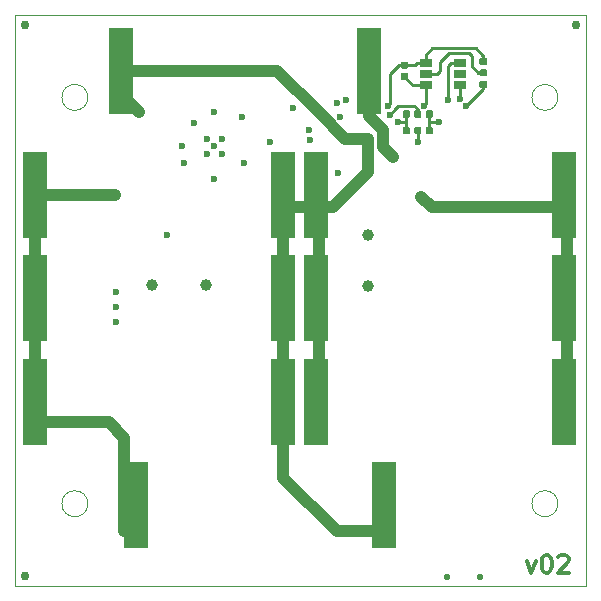
<source format=gbr>
%TF.GenerationSoftware,KiCad,Pcbnew,5.0.2-bee76a0~70~ubuntu18.04.1*%
%TF.CreationDate,2020-02-29T17:21:03-08:00*%
%TF.ProjectId,SolarCellX_v3,536f6c61-7243-4656-9c6c-585f76332e6b,rev?*%
%TF.SameCoordinates,Original*%
%TF.FileFunction,Copper,L1,Top*%
%TF.FilePolarity,Positive*%
%FSLAX46Y46*%
G04 Gerber Fmt 4.6, Leading zero omitted, Abs format (unit mm)*
G04 Created by KiCad (PCBNEW 5.0.2-bee76a0~70~ubuntu18.04.1) date Sat 29 Feb 2020 05:21:03 PM PST*
%MOMM*%
%LPD*%
G01*
G04 APERTURE LIST*
%ADD10C,0.300000*%
%ADD11C,0.050000*%
%ADD12C,0.750000*%
%ADD13R,2.000000X7.400000*%
%ADD14C,1.000000*%
%ADD15R,1.000000X0.700000*%
%ADD16C,0.100000*%
%ADD17C,0.590000*%
%ADD18C,0.600000*%
%ADD19C,0.800000*%
%ADD20C,0.584200*%
%ADD21C,1.000000*%
%ADD22C,0.240000*%
%ADD23C,0.160000*%
G04 APERTURE END LIST*
D10*
X133405785Y-86229071D02*
X133762928Y-87229071D01*
X134120071Y-86229071D01*
X134977214Y-85729071D02*
X135120071Y-85729071D01*
X135262928Y-85800500D01*
X135334357Y-85871928D01*
X135405785Y-86014785D01*
X135477214Y-86300500D01*
X135477214Y-86657642D01*
X135405785Y-86943357D01*
X135334357Y-87086214D01*
X135262928Y-87157642D01*
X135120071Y-87229071D01*
X134977214Y-87229071D01*
X134834357Y-87157642D01*
X134762928Y-87086214D01*
X134691500Y-86943357D01*
X134620071Y-86657642D01*
X134620071Y-86300500D01*
X134691500Y-86014785D01*
X134762928Y-85871928D01*
X134834357Y-85800500D01*
X134977214Y-85729071D01*
X136048642Y-85871928D02*
X136120071Y-85800500D01*
X136262928Y-85729071D01*
X136620071Y-85729071D01*
X136762928Y-85800500D01*
X136834357Y-85871928D01*
X136905785Y-86014785D01*
X136905785Y-86157642D01*
X136834357Y-86371928D01*
X135977214Y-87229071D01*
X136905785Y-87229071D01*
D11*
X96200000Y-47000000D02*
G75*
G03X96200000Y-47000000I-1100000J0D01*
G01*
X96200000Y-81400000D02*
G75*
G03X96200000Y-81400000I-1100000J0D01*
G01*
X136000000Y-81400000D02*
G75*
G03X136000000Y-81400000I-1100000J0D01*
G01*
X136000000Y-47000000D02*
G75*
G03X136000000Y-47000000I-1100000J0D01*
G01*
X90000000Y-88400000D02*
X138400000Y-88400000D01*
X90000000Y-88400000D02*
X90000000Y-40000000D01*
X138400000Y-40000000D02*
X138400000Y-88400000D01*
X90000000Y-40000000D02*
X138400000Y-40000000D01*
D12*
X137550000Y-40850000D03*
X90850000Y-40850000D03*
D13*
X121250000Y-81500000D03*
X100250000Y-81500000D03*
X115500000Y-72750000D03*
X136500000Y-72750000D03*
X136500000Y-64000000D03*
X115500000Y-64000000D03*
X136500000Y-55250000D03*
X115500000Y-55250000D03*
X120000000Y-44750000D03*
X99000000Y-44750000D03*
X112750000Y-55250000D03*
X91750000Y-55250000D03*
X112750000Y-64000000D03*
X91750000Y-64000000D03*
X112750000Y-72750000D03*
X91750000Y-72750000D03*
D14*
X101600000Y-62865000D03*
X106172000Y-62865000D03*
X119888000Y-58674000D03*
X119888000Y-62992000D03*
D15*
X127700000Y-44050000D03*
X127700000Y-45000000D03*
X127700000Y-45950000D03*
X124800000Y-45950000D03*
X124800000Y-45000000D03*
X124800000Y-44050000D03*
D16*
G36*
X124298458Y-48091710D02*
X124312776Y-48093834D01*
X124326817Y-48097351D01*
X124340446Y-48102228D01*
X124353531Y-48108417D01*
X124365947Y-48115858D01*
X124377573Y-48124481D01*
X124388298Y-48134202D01*
X124398019Y-48144927D01*
X124406642Y-48156553D01*
X124414083Y-48168969D01*
X124420272Y-48182054D01*
X124425149Y-48195683D01*
X124428666Y-48209724D01*
X124430790Y-48224042D01*
X124431500Y-48238500D01*
X124431500Y-48583500D01*
X124430790Y-48597958D01*
X124428666Y-48612276D01*
X124425149Y-48626317D01*
X124420272Y-48639946D01*
X124414083Y-48653031D01*
X124406642Y-48665447D01*
X124398019Y-48677073D01*
X124388298Y-48687798D01*
X124377573Y-48697519D01*
X124365947Y-48706142D01*
X124353531Y-48713583D01*
X124340446Y-48719772D01*
X124326817Y-48724649D01*
X124312776Y-48728166D01*
X124298458Y-48730290D01*
X124284000Y-48731000D01*
X123989000Y-48731000D01*
X123974542Y-48730290D01*
X123960224Y-48728166D01*
X123946183Y-48724649D01*
X123932554Y-48719772D01*
X123919469Y-48713583D01*
X123907053Y-48706142D01*
X123895427Y-48697519D01*
X123884702Y-48687798D01*
X123874981Y-48677073D01*
X123866358Y-48665447D01*
X123858917Y-48653031D01*
X123852728Y-48639946D01*
X123847851Y-48626317D01*
X123844334Y-48612276D01*
X123842210Y-48597958D01*
X123841500Y-48583500D01*
X123841500Y-48238500D01*
X123842210Y-48224042D01*
X123844334Y-48209724D01*
X123847851Y-48195683D01*
X123852728Y-48182054D01*
X123858917Y-48168969D01*
X123866358Y-48156553D01*
X123874981Y-48144927D01*
X123884702Y-48134202D01*
X123895427Y-48124481D01*
X123907053Y-48115858D01*
X123919469Y-48108417D01*
X123932554Y-48102228D01*
X123946183Y-48097351D01*
X123960224Y-48093834D01*
X123974542Y-48091710D01*
X123989000Y-48091000D01*
X124284000Y-48091000D01*
X124298458Y-48091710D01*
X124298458Y-48091710D01*
G37*
D17*
X124136500Y-48411000D03*
D16*
G36*
X125268458Y-48091710D02*
X125282776Y-48093834D01*
X125296817Y-48097351D01*
X125310446Y-48102228D01*
X125323531Y-48108417D01*
X125335947Y-48115858D01*
X125347573Y-48124481D01*
X125358298Y-48134202D01*
X125368019Y-48144927D01*
X125376642Y-48156553D01*
X125384083Y-48168969D01*
X125390272Y-48182054D01*
X125395149Y-48195683D01*
X125398666Y-48209724D01*
X125400790Y-48224042D01*
X125401500Y-48238500D01*
X125401500Y-48583500D01*
X125400790Y-48597958D01*
X125398666Y-48612276D01*
X125395149Y-48626317D01*
X125390272Y-48639946D01*
X125384083Y-48653031D01*
X125376642Y-48665447D01*
X125368019Y-48677073D01*
X125358298Y-48687798D01*
X125347573Y-48697519D01*
X125335947Y-48706142D01*
X125323531Y-48713583D01*
X125310446Y-48719772D01*
X125296817Y-48724649D01*
X125282776Y-48728166D01*
X125268458Y-48730290D01*
X125254000Y-48731000D01*
X124959000Y-48731000D01*
X124944542Y-48730290D01*
X124930224Y-48728166D01*
X124916183Y-48724649D01*
X124902554Y-48719772D01*
X124889469Y-48713583D01*
X124877053Y-48706142D01*
X124865427Y-48697519D01*
X124854702Y-48687798D01*
X124844981Y-48677073D01*
X124836358Y-48665447D01*
X124828917Y-48653031D01*
X124822728Y-48639946D01*
X124817851Y-48626317D01*
X124814334Y-48612276D01*
X124812210Y-48597958D01*
X124811500Y-48583500D01*
X124811500Y-48238500D01*
X124812210Y-48224042D01*
X124814334Y-48209724D01*
X124817851Y-48195683D01*
X124822728Y-48182054D01*
X124828917Y-48168969D01*
X124836358Y-48156553D01*
X124844981Y-48144927D01*
X124854702Y-48134202D01*
X124865427Y-48124481D01*
X124877053Y-48115858D01*
X124889469Y-48108417D01*
X124902554Y-48102228D01*
X124916183Y-48097351D01*
X124930224Y-48093834D01*
X124944542Y-48091710D01*
X124959000Y-48091000D01*
X125254000Y-48091000D01*
X125268458Y-48091710D01*
X125268458Y-48091710D01*
G37*
D17*
X125106500Y-48411000D03*
D16*
G36*
X123328178Y-48091710D02*
X123342496Y-48093834D01*
X123356537Y-48097351D01*
X123370166Y-48102228D01*
X123383251Y-48108417D01*
X123395667Y-48115858D01*
X123407293Y-48124481D01*
X123418018Y-48134202D01*
X123427739Y-48144927D01*
X123436362Y-48156553D01*
X123443803Y-48168969D01*
X123449992Y-48182054D01*
X123454869Y-48195683D01*
X123458386Y-48209724D01*
X123460510Y-48224042D01*
X123461220Y-48238500D01*
X123461220Y-48583500D01*
X123460510Y-48597958D01*
X123458386Y-48612276D01*
X123454869Y-48626317D01*
X123449992Y-48639946D01*
X123443803Y-48653031D01*
X123436362Y-48665447D01*
X123427739Y-48677073D01*
X123418018Y-48687798D01*
X123407293Y-48697519D01*
X123395667Y-48706142D01*
X123383251Y-48713583D01*
X123370166Y-48719772D01*
X123356537Y-48724649D01*
X123342496Y-48728166D01*
X123328178Y-48730290D01*
X123313720Y-48731000D01*
X123018720Y-48731000D01*
X123004262Y-48730290D01*
X122989944Y-48728166D01*
X122975903Y-48724649D01*
X122962274Y-48719772D01*
X122949189Y-48713583D01*
X122936773Y-48706142D01*
X122925147Y-48697519D01*
X122914422Y-48687798D01*
X122904701Y-48677073D01*
X122896078Y-48665447D01*
X122888637Y-48653031D01*
X122882448Y-48639946D01*
X122877571Y-48626317D01*
X122874054Y-48612276D01*
X122871930Y-48597958D01*
X122871220Y-48583500D01*
X122871220Y-48238500D01*
X122871930Y-48224042D01*
X122874054Y-48209724D01*
X122877571Y-48195683D01*
X122882448Y-48182054D01*
X122888637Y-48168969D01*
X122896078Y-48156553D01*
X122904701Y-48144927D01*
X122914422Y-48134202D01*
X122925147Y-48124481D01*
X122936773Y-48115858D01*
X122949189Y-48108417D01*
X122962274Y-48102228D01*
X122975903Y-48097351D01*
X122989944Y-48093834D01*
X123004262Y-48091710D01*
X123018720Y-48091000D01*
X123313720Y-48091000D01*
X123328178Y-48091710D01*
X123328178Y-48091710D01*
G37*
D17*
X123166220Y-48411000D03*
D16*
G36*
X124298178Y-48091710D02*
X124312496Y-48093834D01*
X124326537Y-48097351D01*
X124340166Y-48102228D01*
X124353251Y-48108417D01*
X124365667Y-48115858D01*
X124377293Y-48124481D01*
X124388018Y-48134202D01*
X124397739Y-48144927D01*
X124406362Y-48156553D01*
X124413803Y-48168969D01*
X124419992Y-48182054D01*
X124424869Y-48195683D01*
X124428386Y-48209724D01*
X124430510Y-48224042D01*
X124431220Y-48238500D01*
X124431220Y-48583500D01*
X124430510Y-48597958D01*
X124428386Y-48612276D01*
X124424869Y-48626317D01*
X124419992Y-48639946D01*
X124413803Y-48653031D01*
X124406362Y-48665447D01*
X124397739Y-48677073D01*
X124388018Y-48687798D01*
X124377293Y-48697519D01*
X124365667Y-48706142D01*
X124353251Y-48713583D01*
X124340166Y-48719772D01*
X124326537Y-48724649D01*
X124312496Y-48728166D01*
X124298178Y-48730290D01*
X124283720Y-48731000D01*
X123988720Y-48731000D01*
X123974262Y-48730290D01*
X123959944Y-48728166D01*
X123945903Y-48724649D01*
X123932274Y-48719772D01*
X123919189Y-48713583D01*
X123906773Y-48706142D01*
X123895147Y-48697519D01*
X123884422Y-48687798D01*
X123874701Y-48677073D01*
X123866078Y-48665447D01*
X123858637Y-48653031D01*
X123852448Y-48639946D01*
X123847571Y-48626317D01*
X123844054Y-48612276D01*
X123841930Y-48597958D01*
X123841220Y-48583500D01*
X123841220Y-48238500D01*
X123841930Y-48224042D01*
X123844054Y-48209724D01*
X123847571Y-48195683D01*
X123852448Y-48182054D01*
X123858637Y-48168969D01*
X123866078Y-48156553D01*
X123874701Y-48144927D01*
X123884422Y-48134202D01*
X123895147Y-48124481D01*
X123906773Y-48115858D01*
X123919189Y-48108417D01*
X123932274Y-48102228D01*
X123945903Y-48097351D01*
X123959944Y-48093834D01*
X123974262Y-48091710D01*
X123988720Y-48091000D01*
X124283720Y-48091000D01*
X124298178Y-48091710D01*
X124298178Y-48091710D01*
G37*
D17*
X124136220Y-48411000D03*
D16*
G36*
X124298458Y-49488710D02*
X124312776Y-49490834D01*
X124326817Y-49494351D01*
X124340446Y-49499228D01*
X124353531Y-49505417D01*
X124365947Y-49512858D01*
X124377573Y-49521481D01*
X124388298Y-49531202D01*
X124398019Y-49541927D01*
X124406642Y-49553553D01*
X124414083Y-49565969D01*
X124420272Y-49579054D01*
X124425149Y-49592683D01*
X124428666Y-49606724D01*
X124430790Y-49621042D01*
X124431500Y-49635500D01*
X124431500Y-49980500D01*
X124430790Y-49994958D01*
X124428666Y-50009276D01*
X124425149Y-50023317D01*
X124420272Y-50036946D01*
X124414083Y-50050031D01*
X124406642Y-50062447D01*
X124398019Y-50074073D01*
X124388298Y-50084798D01*
X124377573Y-50094519D01*
X124365947Y-50103142D01*
X124353531Y-50110583D01*
X124340446Y-50116772D01*
X124326817Y-50121649D01*
X124312776Y-50125166D01*
X124298458Y-50127290D01*
X124284000Y-50128000D01*
X123989000Y-50128000D01*
X123974542Y-50127290D01*
X123960224Y-50125166D01*
X123946183Y-50121649D01*
X123932554Y-50116772D01*
X123919469Y-50110583D01*
X123907053Y-50103142D01*
X123895427Y-50094519D01*
X123884702Y-50084798D01*
X123874981Y-50074073D01*
X123866358Y-50062447D01*
X123858917Y-50050031D01*
X123852728Y-50036946D01*
X123847851Y-50023317D01*
X123844334Y-50009276D01*
X123842210Y-49994958D01*
X123841500Y-49980500D01*
X123841500Y-49635500D01*
X123842210Y-49621042D01*
X123844334Y-49606724D01*
X123847851Y-49592683D01*
X123852728Y-49579054D01*
X123858917Y-49565969D01*
X123866358Y-49553553D01*
X123874981Y-49541927D01*
X123884702Y-49531202D01*
X123895427Y-49521481D01*
X123907053Y-49512858D01*
X123919469Y-49505417D01*
X123932554Y-49499228D01*
X123946183Y-49494351D01*
X123960224Y-49490834D01*
X123974542Y-49488710D01*
X123989000Y-49488000D01*
X124284000Y-49488000D01*
X124298458Y-49488710D01*
X124298458Y-49488710D01*
G37*
D17*
X124136500Y-49808000D03*
D16*
G36*
X125268458Y-49488710D02*
X125282776Y-49490834D01*
X125296817Y-49494351D01*
X125310446Y-49499228D01*
X125323531Y-49505417D01*
X125335947Y-49512858D01*
X125347573Y-49521481D01*
X125358298Y-49531202D01*
X125368019Y-49541927D01*
X125376642Y-49553553D01*
X125384083Y-49565969D01*
X125390272Y-49579054D01*
X125395149Y-49592683D01*
X125398666Y-49606724D01*
X125400790Y-49621042D01*
X125401500Y-49635500D01*
X125401500Y-49980500D01*
X125400790Y-49994958D01*
X125398666Y-50009276D01*
X125395149Y-50023317D01*
X125390272Y-50036946D01*
X125384083Y-50050031D01*
X125376642Y-50062447D01*
X125368019Y-50074073D01*
X125358298Y-50084798D01*
X125347573Y-50094519D01*
X125335947Y-50103142D01*
X125323531Y-50110583D01*
X125310446Y-50116772D01*
X125296817Y-50121649D01*
X125282776Y-50125166D01*
X125268458Y-50127290D01*
X125254000Y-50128000D01*
X124959000Y-50128000D01*
X124944542Y-50127290D01*
X124930224Y-50125166D01*
X124916183Y-50121649D01*
X124902554Y-50116772D01*
X124889469Y-50110583D01*
X124877053Y-50103142D01*
X124865427Y-50094519D01*
X124854702Y-50084798D01*
X124844981Y-50074073D01*
X124836358Y-50062447D01*
X124828917Y-50050031D01*
X124822728Y-50036946D01*
X124817851Y-50023317D01*
X124814334Y-50009276D01*
X124812210Y-49994958D01*
X124811500Y-49980500D01*
X124811500Y-49635500D01*
X124812210Y-49621042D01*
X124814334Y-49606724D01*
X124817851Y-49592683D01*
X124822728Y-49579054D01*
X124828917Y-49565969D01*
X124836358Y-49553553D01*
X124844981Y-49541927D01*
X124854702Y-49531202D01*
X124865427Y-49521481D01*
X124877053Y-49512858D01*
X124889469Y-49505417D01*
X124902554Y-49499228D01*
X124916183Y-49494351D01*
X124930224Y-49490834D01*
X124944542Y-49488710D01*
X124959000Y-49488000D01*
X125254000Y-49488000D01*
X125268458Y-49488710D01*
X125268458Y-49488710D01*
G37*
D17*
X125106500Y-49808000D03*
D16*
G36*
X123328178Y-49488710D02*
X123342496Y-49490834D01*
X123356537Y-49494351D01*
X123370166Y-49499228D01*
X123383251Y-49505417D01*
X123395667Y-49512858D01*
X123407293Y-49521481D01*
X123418018Y-49531202D01*
X123427739Y-49541927D01*
X123436362Y-49553553D01*
X123443803Y-49565969D01*
X123449992Y-49579054D01*
X123454869Y-49592683D01*
X123458386Y-49606724D01*
X123460510Y-49621042D01*
X123461220Y-49635500D01*
X123461220Y-49980500D01*
X123460510Y-49994958D01*
X123458386Y-50009276D01*
X123454869Y-50023317D01*
X123449992Y-50036946D01*
X123443803Y-50050031D01*
X123436362Y-50062447D01*
X123427739Y-50074073D01*
X123418018Y-50084798D01*
X123407293Y-50094519D01*
X123395667Y-50103142D01*
X123383251Y-50110583D01*
X123370166Y-50116772D01*
X123356537Y-50121649D01*
X123342496Y-50125166D01*
X123328178Y-50127290D01*
X123313720Y-50128000D01*
X123018720Y-50128000D01*
X123004262Y-50127290D01*
X122989944Y-50125166D01*
X122975903Y-50121649D01*
X122962274Y-50116772D01*
X122949189Y-50110583D01*
X122936773Y-50103142D01*
X122925147Y-50094519D01*
X122914422Y-50084798D01*
X122904701Y-50074073D01*
X122896078Y-50062447D01*
X122888637Y-50050031D01*
X122882448Y-50036946D01*
X122877571Y-50023317D01*
X122874054Y-50009276D01*
X122871930Y-49994958D01*
X122871220Y-49980500D01*
X122871220Y-49635500D01*
X122871930Y-49621042D01*
X122874054Y-49606724D01*
X122877571Y-49592683D01*
X122882448Y-49579054D01*
X122888637Y-49565969D01*
X122896078Y-49553553D01*
X122904701Y-49541927D01*
X122914422Y-49531202D01*
X122925147Y-49521481D01*
X122936773Y-49512858D01*
X122949189Y-49505417D01*
X122962274Y-49499228D01*
X122975903Y-49494351D01*
X122989944Y-49490834D01*
X123004262Y-49488710D01*
X123018720Y-49488000D01*
X123313720Y-49488000D01*
X123328178Y-49488710D01*
X123328178Y-49488710D01*
G37*
D17*
X123166220Y-49808000D03*
D16*
G36*
X124298178Y-49488710D02*
X124312496Y-49490834D01*
X124326537Y-49494351D01*
X124340166Y-49499228D01*
X124353251Y-49505417D01*
X124365667Y-49512858D01*
X124377293Y-49521481D01*
X124388018Y-49531202D01*
X124397739Y-49541927D01*
X124406362Y-49553553D01*
X124413803Y-49565969D01*
X124419992Y-49579054D01*
X124424869Y-49592683D01*
X124428386Y-49606724D01*
X124430510Y-49621042D01*
X124431220Y-49635500D01*
X124431220Y-49980500D01*
X124430510Y-49994958D01*
X124428386Y-50009276D01*
X124424869Y-50023317D01*
X124419992Y-50036946D01*
X124413803Y-50050031D01*
X124406362Y-50062447D01*
X124397739Y-50074073D01*
X124388018Y-50084798D01*
X124377293Y-50094519D01*
X124365667Y-50103142D01*
X124353251Y-50110583D01*
X124340166Y-50116772D01*
X124326537Y-50121649D01*
X124312496Y-50125166D01*
X124298178Y-50127290D01*
X124283720Y-50128000D01*
X123988720Y-50128000D01*
X123974262Y-50127290D01*
X123959944Y-50125166D01*
X123945903Y-50121649D01*
X123932274Y-50116772D01*
X123919189Y-50110583D01*
X123906773Y-50103142D01*
X123895147Y-50094519D01*
X123884422Y-50084798D01*
X123874701Y-50074073D01*
X123866078Y-50062447D01*
X123858637Y-50050031D01*
X123852448Y-50036946D01*
X123847571Y-50023317D01*
X123844054Y-50009276D01*
X123841930Y-49994958D01*
X123841220Y-49980500D01*
X123841220Y-49635500D01*
X123841930Y-49621042D01*
X123844054Y-49606724D01*
X123847571Y-49592683D01*
X123852448Y-49579054D01*
X123858637Y-49565969D01*
X123866078Y-49553553D01*
X123874701Y-49541927D01*
X123884422Y-49531202D01*
X123895147Y-49521481D01*
X123906773Y-49512858D01*
X123919189Y-49505417D01*
X123932274Y-49499228D01*
X123945903Y-49494351D01*
X123959944Y-49490834D01*
X123974262Y-49488710D01*
X123988720Y-49488000D01*
X124283720Y-49488000D01*
X124298178Y-49488710D01*
X124298178Y-49488710D01*
G37*
D17*
X124136220Y-49808000D03*
D16*
G36*
X129863958Y-44636710D02*
X129878276Y-44638834D01*
X129892317Y-44642351D01*
X129905946Y-44647228D01*
X129919031Y-44653417D01*
X129931447Y-44660858D01*
X129943073Y-44669481D01*
X129953798Y-44679202D01*
X129963519Y-44689927D01*
X129972142Y-44701553D01*
X129979583Y-44713969D01*
X129985772Y-44727054D01*
X129990649Y-44740683D01*
X129994166Y-44754724D01*
X129996290Y-44769042D01*
X129997000Y-44783500D01*
X129997000Y-45078500D01*
X129996290Y-45092958D01*
X129994166Y-45107276D01*
X129990649Y-45121317D01*
X129985772Y-45134946D01*
X129979583Y-45148031D01*
X129972142Y-45160447D01*
X129963519Y-45172073D01*
X129953798Y-45182798D01*
X129943073Y-45192519D01*
X129931447Y-45201142D01*
X129919031Y-45208583D01*
X129905946Y-45214772D01*
X129892317Y-45219649D01*
X129878276Y-45223166D01*
X129863958Y-45225290D01*
X129849500Y-45226000D01*
X129504500Y-45226000D01*
X129490042Y-45225290D01*
X129475724Y-45223166D01*
X129461683Y-45219649D01*
X129448054Y-45214772D01*
X129434969Y-45208583D01*
X129422553Y-45201142D01*
X129410927Y-45192519D01*
X129400202Y-45182798D01*
X129390481Y-45172073D01*
X129381858Y-45160447D01*
X129374417Y-45148031D01*
X129368228Y-45134946D01*
X129363351Y-45121317D01*
X129359834Y-45107276D01*
X129357710Y-45092958D01*
X129357000Y-45078500D01*
X129357000Y-44783500D01*
X129357710Y-44769042D01*
X129359834Y-44754724D01*
X129363351Y-44740683D01*
X129368228Y-44727054D01*
X129374417Y-44713969D01*
X129381858Y-44701553D01*
X129390481Y-44689927D01*
X129400202Y-44679202D01*
X129410927Y-44669481D01*
X129422553Y-44660858D01*
X129434969Y-44653417D01*
X129448054Y-44647228D01*
X129461683Y-44642351D01*
X129475724Y-44638834D01*
X129490042Y-44636710D01*
X129504500Y-44636000D01*
X129849500Y-44636000D01*
X129863958Y-44636710D01*
X129863958Y-44636710D01*
G37*
D17*
X129677000Y-44931000D03*
D16*
G36*
X129863958Y-45606710D02*
X129878276Y-45608834D01*
X129892317Y-45612351D01*
X129905946Y-45617228D01*
X129919031Y-45623417D01*
X129931447Y-45630858D01*
X129943073Y-45639481D01*
X129953798Y-45649202D01*
X129963519Y-45659927D01*
X129972142Y-45671553D01*
X129979583Y-45683969D01*
X129985772Y-45697054D01*
X129990649Y-45710683D01*
X129994166Y-45724724D01*
X129996290Y-45739042D01*
X129997000Y-45753500D01*
X129997000Y-46048500D01*
X129996290Y-46062958D01*
X129994166Y-46077276D01*
X129990649Y-46091317D01*
X129985772Y-46104946D01*
X129979583Y-46118031D01*
X129972142Y-46130447D01*
X129963519Y-46142073D01*
X129953798Y-46152798D01*
X129943073Y-46162519D01*
X129931447Y-46171142D01*
X129919031Y-46178583D01*
X129905946Y-46184772D01*
X129892317Y-46189649D01*
X129878276Y-46193166D01*
X129863958Y-46195290D01*
X129849500Y-46196000D01*
X129504500Y-46196000D01*
X129490042Y-46195290D01*
X129475724Y-46193166D01*
X129461683Y-46189649D01*
X129448054Y-46184772D01*
X129434969Y-46178583D01*
X129422553Y-46171142D01*
X129410927Y-46162519D01*
X129400202Y-46152798D01*
X129390481Y-46142073D01*
X129381858Y-46130447D01*
X129374417Y-46118031D01*
X129368228Y-46104946D01*
X129363351Y-46091317D01*
X129359834Y-46077276D01*
X129357710Y-46062958D01*
X129357000Y-46048500D01*
X129357000Y-45753500D01*
X129357710Y-45739042D01*
X129359834Y-45724724D01*
X129363351Y-45710683D01*
X129368228Y-45697054D01*
X129374417Y-45683969D01*
X129381858Y-45671553D01*
X129390481Y-45659927D01*
X129400202Y-45649202D01*
X129410927Y-45639481D01*
X129422553Y-45630858D01*
X129434969Y-45623417D01*
X129448054Y-45617228D01*
X129461683Y-45612351D01*
X129475724Y-45608834D01*
X129490042Y-45606710D01*
X129504500Y-45606000D01*
X129849500Y-45606000D01*
X129863958Y-45606710D01*
X129863958Y-45606710D01*
G37*
D17*
X129677000Y-45901000D03*
D16*
G36*
X129863958Y-43661210D02*
X129878276Y-43663334D01*
X129892317Y-43666851D01*
X129905946Y-43671728D01*
X129919031Y-43677917D01*
X129931447Y-43685358D01*
X129943073Y-43693981D01*
X129953798Y-43703702D01*
X129963519Y-43714427D01*
X129972142Y-43726053D01*
X129979583Y-43738469D01*
X129985772Y-43751554D01*
X129990649Y-43765183D01*
X129994166Y-43779224D01*
X129996290Y-43793542D01*
X129997000Y-43808000D01*
X129997000Y-44103000D01*
X129996290Y-44117458D01*
X129994166Y-44131776D01*
X129990649Y-44145817D01*
X129985772Y-44159446D01*
X129979583Y-44172531D01*
X129972142Y-44184947D01*
X129963519Y-44196573D01*
X129953798Y-44207298D01*
X129943073Y-44217019D01*
X129931447Y-44225642D01*
X129919031Y-44233083D01*
X129905946Y-44239272D01*
X129892317Y-44244149D01*
X129878276Y-44247666D01*
X129863958Y-44249790D01*
X129849500Y-44250500D01*
X129504500Y-44250500D01*
X129490042Y-44249790D01*
X129475724Y-44247666D01*
X129461683Y-44244149D01*
X129448054Y-44239272D01*
X129434969Y-44233083D01*
X129422553Y-44225642D01*
X129410927Y-44217019D01*
X129400202Y-44207298D01*
X129390481Y-44196573D01*
X129381858Y-44184947D01*
X129374417Y-44172531D01*
X129368228Y-44159446D01*
X129363351Y-44145817D01*
X129359834Y-44131776D01*
X129357710Y-44117458D01*
X129357000Y-44103000D01*
X129357000Y-43808000D01*
X129357710Y-43793542D01*
X129359834Y-43779224D01*
X129363351Y-43765183D01*
X129368228Y-43751554D01*
X129374417Y-43738469D01*
X129381858Y-43726053D01*
X129390481Y-43714427D01*
X129400202Y-43703702D01*
X129410927Y-43693981D01*
X129422553Y-43685358D01*
X129434969Y-43677917D01*
X129448054Y-43671728D01*
X129461683Y-43666851D01*
X129475724Y-43663334D01*
X129490042Y-43661210D01*
X129504500Y-43660500D01*
X129849500Y-43660500D01*
X129863958Y-43661210D01*
X129863958Y-43661210D01*
G37*
D17*
X129677000Y-43955500D03*
D16*
G36*
X129863958Y-44631210D02*
X129878276Y-44633334D01*
X129892317Y-44636851D01*
X129905946Y-44641728D01*
X129919031Y-44647917D01*
X129931447Y-44655358D01*
X129943073Y-44663981D01*
X129953798Y-44673702D01*
X129963519Y-44684427D01*
X129972142Y-44696053D01*
X129979583Y-44708469D01*
X129985772Y-44721554D01*
X129990649Y-44735183D01*
X129994166Y-44749224D01*
X129996290Y-44763542D01*
X129997000Y-44778000D01*
X129997000Y-45073000D01*
X129996290Y-45087458D01*
X129994166Y-45101776D01*
X129990649Y-45115817D01*
X129985772Y-45129446D01*
X129979583Y-45142531D01*
X129972142Y-45154947D01*
X129963519Y-45166573D01*
X129953798Y-45177298D01*
X129943073Y-45187019D01*
X129931447Y-45195642D01*
X129919031Y-45203083D01*
X129905946Y-45209272D01*
X129892317Y-45214149D01*
X129878276Y-45217666D01*
X129863958Y-45219790D01*
X129849500Y-45220500D01*
X129504500Y-45220500D01*
X129490042Y-45219790D01*
X129475724Y-45217666D01*
X129461683Y-45214149D01*
X129448054Y-45209272D01*
X129434969Y-45203083D01*
X129422553Y-45195642D01*
X129410927Y-45187019D01*
X129400202Y-45177298D01*
X129390481Y-45166573D01*
X129381858Y-45154947D01*
X129374417Y-45142531D01*
X129368228Y-45129446D01*
X129363351Y-45115817D01*
X129359834Y-45101776D01*
X129357710Y-45087458D01*
X129357000Y-45073000D01*
X129357000Y-44778000D01*
X129357710Y-44763542D01*
X129359834Y-44749224D01*
X129363351Y-44735183D01*
X129368228Y-44721554D01*
X129374417Y-44708469D01*
X129381858Y-44696053D01*
X129390481Y-44684427D01*
X129400202Y-44673702D01*
X129410927Y-44663981D01*
X129422553Y-44655358D01*
X129434969Y-44647917D01*
X129448054Y-44641728D01*
X129461683Y-44636851D01*
X129475724Y-44633334D01*
X129490042Y-44631210D01*
X129504500Y-44630500D01*
X129849500Y-44630500D01*
X129863958Y-44631210D01*
X129863958Y-44631210D01*
G37*
D17*
X129677000Y-44925500D03*
D16*
G36*
X123186958Y-43970710D02*
X123201276Y-43972834D01*
X123215317Y-43976351D01*
X123228946Y-43981228D01*
X123242031Y-43987417D01*
X123254447Y-43994858D01*
X123266073Y-44003481D01*
X123276798Y-44013202D01*
X123286519Y-44023927D01*
X123295142Y-44035553D01*
X123302583Y-44047969D01*
X123308772Y-44061054D01*
X123313649Y-44074683D01*
X123317166Y-44088724D01*
X123319290Y-44103042D01*
X123320000Y-44117500D01*
X123320000Y-44412500D01*
X123319290Y-44426958D01*
X123317166Y-44441276D01*
X123313649Y-44455317D01*
X123308772Y-44468946D01*
X123302583Y-44482031D01*
X123295142Y-44494447D01*
X123286519Y-44506073D01*
X123276798Y-44516798D01*
X123266073Y-44526519D01*
X123254447Y-44535142D01*
X123242031Y-44542583D01*
X123228946Y-44548772D01*
X123215317Y-44553649D01*
X123201276Y-44557166D01*
X123186958Y-44559290D01*
X123172500Y-44560000D01*
X122827500Y-44560000D01*
X122813042Y-44559290D01*
X122798724Y-44557166D01*
X122784683Y-44553649D01*
X122771054Y-44548772D01*
X122757969Y-44542583D01*
X122745553Y-44535142D01*
X122733927Y-44526519D01*
X122723202Y-44516798D01*
X122713481Y-44506073D01*
X122704858Y-44494447D01*
X122697417Y-44482031D01*
X122691228Y-44468946D01*
X122686351Y-44455317D01*
X122682834Y-44441276D01*
X122680710Y-44426958D01*
X122680000Y-44412500D01*
X122680000Y-44117500D01*
X122680710Y-44103042D01*
X122682834Y-44088724D01*
X122686351Y-44074683D01*
X122691228Y-44061054D01*
X122697417Y-44047969D01*
X122704858Y-44035553D01*
X122713481Y-44023927D01*
X122723202Y-44013202D01*
X122733927Y-44003481D01*
X122745553Y-43994858D01*
X122757969Y-43987417D01*
X122771054Y-43981228D01*
X122784683Y-43976351D01*
X122798724Y-43972834D01*
X122813042Y-43970710D01*
X122827500Y-43970000D01*
X123172500Y-43970000D01*
X123186958Y-43970710D01*
X123186958Y-43970710D01*
G37*
D17*
X123000000Y-44265000D03*
D16*
G36*
X123186958Y-44940710D02*
X123201276Y-44942834D01*
X123215317Y-44946351D01*
X123228946Y-44951228D01*
X123242031Y-44957417D01*
X123254447Y-44964858D01*
X123266073Y-44973481D01*
X123276798Y-44983202D01*
X123286519Y-44993927D01*
X123295142Y-45005553D01*
X123302583Y-45017969D01*
X123308772Y-45031054D01*
X123313649Y-45044683D01*
X123317166Y-45058724D01*
X123319290Y-45073042D01*
X123320000Y-45087500D01*
X123320000Y-45382500D01*
X123319290Y-45396958D01*
X123317166Y-45411276D01*
X123313649Y-45425317D01*
X123308772Y-45438946D01*
X123302583Y-45452031D01*
X123295142Y-45464447D01*
X123286519Y-45476073D01*
X123276798Y-45486798D01*
X123266073Y-45496519D01*
X123254447Y-45505142D01*
X123242031Y-45512583D01*
X123228946Y-45518772D01*
X123215317Y-45523649D01*
X123201276Y-45527166D01*
X123186958Y-45529290D01*
X123172500Y-45530000D01*
X122827500Y-45530000D01*
X122813042Y-45529290D01*
X122798724Y-45527166D01*
X122784683Y-45523649D01*
X122771054Y-45518772D01*
X122757969Y-45512583D01*
X122745553Y-45505142D01*
X122733927Y-45496519D01*
X122723202Y-45486798D01*
X122713481Y-45476073D01*
X122704858Y-45464447D01*
X122697417Y-45452031D01*
X122691228Y-45438946D01*
X122686351Y-45425317D01*
X122682834Y-45411276D01*
X122680710Y-45396958D01*
X122680000Y-45382500D01*
X122680000Y-45087500D01*
X122680710Y-45073042D01*
X122682834Y-45058724D01*
X122686351Y-45044683D01*
X122691228Y-45031054D01*
X122697417Y-45017969D01*
X122704858Y-45005553D01*
X122713481Y-44993927D01*
X122723202Y-44983202D01*
X122733927Y-44973481D01*
X122745553Y-44964858D01*
X122757969Y-44957417D01*
X122771054Y-44951228D01*
X122784683Y-44946351D01*
X122798724Y-44942834D01*
X122813042Y-44940710D01*
X122827500Y-44940000D01*
X123172500Y-44940000D01*
X123186958Y-44940710D01*
X123186958Y-44940710D01*
G37*
D17*
X123000000Y-45235000D03*
D12*
X90850000Y-87550000D03*
D18*
X106253260Y-51754256D03*
X107523260Y-51754256D03*
X106253260Y-50509656D03*
X109410500Y-52514500D03*
X107530900Y-50485040D03*
X106923840Y-51092100D03*
X104302012Y-52519693D03*
D19*
X122050000Y-52050000D03*
X124450000Y-55400000D03*
D18*
X128250000Y-47700000D03*
X124650000Y-47694011D03*
X117537610Y-48650791D03*
X117348000Y-53403500D03*
X121600000Y-47700000D03*
X118047740Y-47243775D03*
X126700000Y-47200000D03*
X117284500Y-47434502D03*
X127700000Y-47100000D03*
X105156000Y-49149000D03*
X111633000Y-50800000D03*
X114950000Y-49750000D03*
X121750000Y-48450000D03*
X124150000Y-50800000D03*
X115050000Y-50600000D03*
X106870500Y-48260000D03*
X109232672Y-48653690D03*
X104144156Y-51144656D03*
X102933500Y-58674000D03*
X100550000Y-48250000D03*
D19*
X119958000Y-53290920D03*
D20*
X126619000Y-87630000D03*
D18*
X98552000Y-64770000D03*
X98552000Y-63500000D03*
X98552000Y-66040000D03*
D20*
X129413000Y-87630000D03*
D18*
X122450000Y-49100000D03*
X125950000Y-49100000D03*
X106913660Y-53938656D03*
X113538000Y-47879000D03*
D19*
X98500000Y-55250000D03*
D21*
X136750000Y-56250000D02*
X136750000Y-74500000D01*
X134750000Y-56250000D02*
X136750000Y-56250000D01*
X134750000Y-56250000D02*
X125300000Y-56250000D01*
X125300000Y-56250000D02*
X124450000Y-55400000D01*
X120000000Y-44750000D02*
X120000000Y-48550000D01*
X120000000Y-48550000D02*
X121200000Y-49750000D01*
X121200000Y-49750000D02*
X121200000Y-51200000D01*
X121200000Y-51200000D02*
X122050000Y-52050000D01*
D22*
X123715000Y-45950000D02*
X124800000Y-45950000D01*
X123000000Y-45235000D02*
X123715000Y-45950000D01*
X129677000Y-45901000D02*
X129677000Y-46273000D01*
X129677000Y-46273000D02*
X128250000Y-47700000D01*
X124800000Y-45950000D02*
X124800000Y-47544011D01*
X124800000Y-47544011D02*
X124650000Y-47694011D01*
X123885000Y-44265000D02*
X124100000Y-44050000D01*
X123000000Y-44265000D02*
X123885000Y-44265000D01*
X124800000Y-44050000D02*
X124100000Y-44050000D01*
X129677000Y-43955500D02*
X129677000Y-43560500D01*
X129677000Y-43955500D02*
X129677000Y-43477000D01*
X129677000Y-43477000D02*
X129050000Y-42850000D01*
X129050000Y-42850000D02*
X125350000Y-42850000D01*
X124800000Y-43400000D02*
X124800000Y-44050000D01*
X125350000Y-42850000D02*
X124800000Y-43400000D01*
X122580000Y-44265000D02*
X121800000Y-45045000D01*
X123000000Y-44265000D02*
X122580000Y-44265000D01*
X121800000Y-45045000D02*
X121800000Y-47500000D01*
X121800000Y-47500000D02*
X121600000Y-47700000D01*
X126960000Y-44050000D02*
X126700000Y-44310000D01*
X127700000Y-44050000D02*
X126960000Y-44050000D01*
X126700000Y-44310000D02*
X126700000Y-47200000D01*
X127700000Y-45950000D02*
X127700000Y-47100000D01*
D23*
X124136500Y-47991000D02*
X123845500Y-47700000D01*
X124136500Y-48411000D02*
X124136500Y-47991000D01*
X123845500Y-47700000D02*
X122500000Y-47700000D01*
X122500000Y-47700000D02*
X121750000Y-48450000D01*
D22*
X123845500Y-47700280D02*
X123845500Y-47700000D01*
X124136220Y-47991000D02*
X123845500Y-47700280D01*
X124136220Y-48411000D02*
X124136220Y-47991000D01*
X122500280Y-47700280D02*
X122500000Y-47700000D01*
X123845500Y-47700280D02*
X122500280Y-47700280D01*
X122499720Y-47700280D02*
X121750000Y-48450000D01*
X122500280Y-47700280D02*
X122499720Y-47700280D01*
X124150000Y-49821500D02*
X124136500Y-49808000D01*
X124150000Y-50800000D02*
X124150000Y-49821500D01*
D21*
X112750000Y-56250000D02*
X112750000Y-74500000D01*
X112750000Y-74500000D02*
X112750000Y-79200000D01*
X99000000Y-44750000D02*
X112250000Y-44750000D01*
X112250000Y-44750000D02*
X115750000Y-48250000D01*
X115750000Y-56250000D02*
X115750000Y-74500000D01*
X115750000Y-56250000D02*
X112750000Y-56250000D01*
X117300000Y-83750000D02*
X120250000Y-83750000D01*
X112750000Y-79200000D02*
X117300000Y-83750000D01*
X116998920Y-56250000D02*
X115750000Y-56250000D01*
X119958000Y-53290920D02*
X116998920Y-56250000D01*
X119958000Y-50500000D02*
X119958000Y-53290920D01*
X118000000Y-50500000D02*
X119958000Y-50500000D01*
X115750000Y-48250000D02*
X118000000Y-50500000D01*
X99000000Y-46750000D02*
X100500000Y-48250000D01*
X99000000Y-44750000D02*
X99000000Y-46750000D01*
D22*
X129257000Y-44931000D02*
X128700000Y-44374000D01*
X129677000Y-44931000D02*
X129257000Y-44931000D01*
X128700000Y-44374000D02*
X128700000Y-43500000D01*
X128700000Y-43500000D02*
X128450000Y-43250000D01*
X128450000Y-43250000D02*
X126750000Y-43250000D01*
X126750000Y-43250000D02*
X126000000Y-44000000D01*
X126000000Y-44000000D02*
X126000000Y-44800000D01*
X125800000Y-45000000D02*
X124800000Y-45000000D01*
X126000000Y-44800000D02*
X125800000Y-45000000D01*
X123166220Y-49100000D02*
X122450000Y-49100000D01*
X123166220Y-49100000D02*
X123166220Y-48411000D01*
X123166220Y-49808000D02*
X123166220Y-49100000D01*
X125106500Y-49100000D02*
X125950000Y-49100000D01*
X125106500Y-49100000D02*
X125106500Y-49808000D01*
X125106500Y-48411000D02*
X125106500Y-49100000D01*
D21*
X91750000Y-74500000D02*
X91750000Y-56250000D01*
X99250000Y-75800000D02*
X99250000Y-83750000D01*
X91750000Y-74500000D02*
X97950000Y-74500000D01*
X97950000Y-74500000D02*
X99250000Y-75800000D01*
X96750000Y-55250000D02*
X91750000Y-55250000D01*
X96750000Y-55250000D02*
X98500000Y-55250000D01*
M02*

</source>
